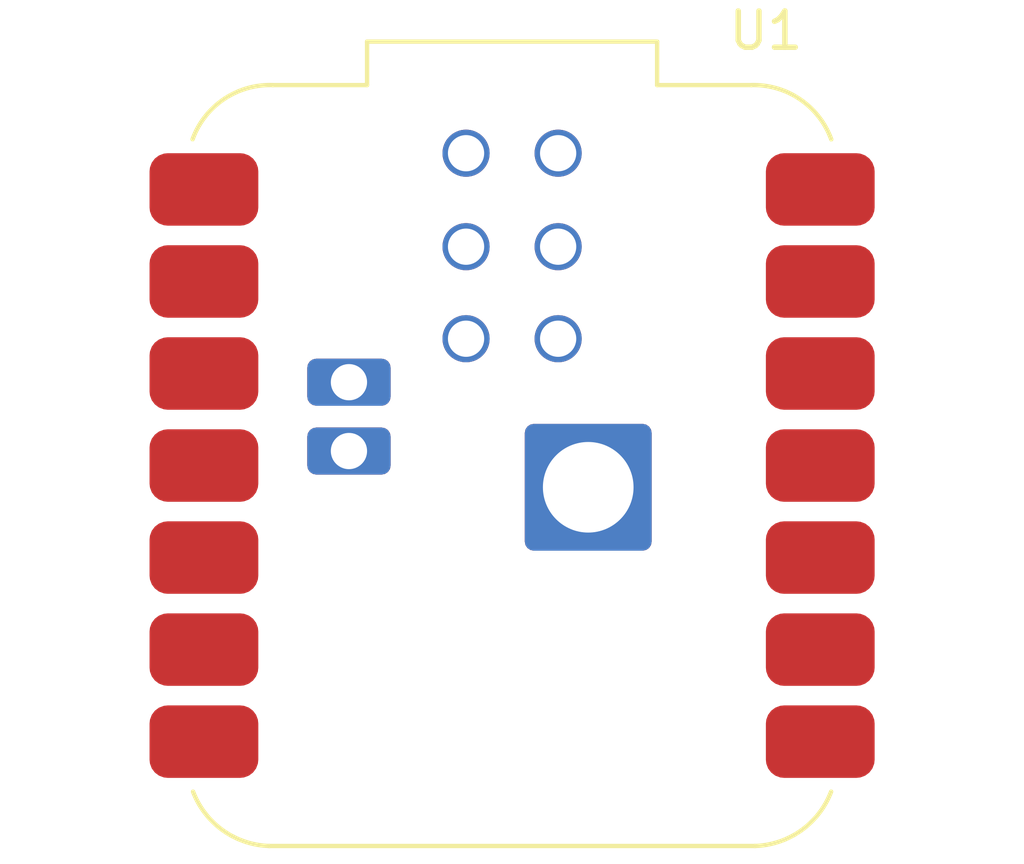
<source format=kicad_pcb>
(kicad_pcb (version 20240108) (generator "pcbnew") (generator_version "8.0")
  (layers (0 "F.Cu" signal) (31 "B.Cu" signal) (34 "B.Paste" user) (35 "F.Paste" user) (36 "B.SilkS" user "B.Silkscreen") (37 "F.SilkS" user "F.Silkscreen") (38 "B.Mask" user) (39 "F.Mask" user) (44 "Edge.Cuts" user))
  (net 0 "")
  (footprint "RF_Module:MCU_Seeed_ESP32C3" (layer "F.Cu") (at 152 96.38)
    (property "Reference" "U1" (at 7 -12 0) (layer "F.SilkS"))
    (property "Value" "MOUDLE-SEEEDUINO-XIAO-ESP32C3")
    (fp_line (start -6.7 10.5) (end 6.7 10.5) (stroke (width 0.12)) (layer "F.SilkS"))
    (fp_line (start -4 -11.7) (end 4 -11.7) (stroke (width 0.12)) (layer "F.SilkS"))
    (fp_line (start -4 -10.5) (end -6.6 -10.5) (stroke (width 0.12)) (layer "F.SilkS"))
    (fp_line (start -4 -10.5) (end -4 -11.7) (stroke (width 0.12)) (layer "F.SilkS"))
    (fp_line (start 4 -11.7) (end 4 -10.5) (stroke (width 0.12)) (layer "F.SilkS"))
    (fp_line (start 6.6 -10.5) (end 4 -10.5) (stroke (width 0.12)) (layer "F.SilkS"))
    (fp_arc (start -8.812892 -9.00468) (mid -7.949609 -10.111769) (end -6.600468 -10.499999) (stroke (width 0.12)) (layer "F.SilkS"))
    (fp_arc (start -6.7 10.5) (mid -7.977232 10.068125) (end -8.8 9) (stroke (width 0.12)) (layer "F.SilkS"))
    (fp_arc (start 6.6 -10.499999) (mid 7.944323 -10.107114) (end 8.804034 -9.001464) (stroke (width 0.12)) (layer "F.SilkS"))
    (fp_arc (start 8.8 9) (mid 7.977232 10.068126) (end 6.7 10.5) (stroke (width 0.12)) (layer "F.SilkS"))
    (pad "1" smd roundrect (at -8.5 -7.62) (size 3 2) (layers "F.Cu" "F.Paste" "F.Mask"))
    (pad "2" smd roundrect (at -8.5 -5.08) (size 3 2) (layers "F.Cu" "F.Paste" "F.Mask"))
    (pad "3" smd roundrect (at -8.5 -2.54) (size 3 2) (layers "F.Cu" "F.Paste" "F.Mask"))
    (pad "4" smd roundrect (at -8.5 0) (size 3 2) (layers "F.Cu" "F.Paste" "F.Mask"))
    (pad "5" smd roundrect (at -8.5 2.54) (size 3 2) (layers "F.Cu" "F.Paste" "F.Mask"))
    (pad "6" smd roundrect (at -8.5 5.08) (size 3 2) (layers "F.Cu" "F.Paste" "F.Mask"))
    (pad "7" smd roundrect (at -8.5 7.62) (size 3 2) (layers "F.Cu" "F.Paste" "F.Mask"))
    (pad "8" smd roundrect (at 8.5 7.62) (size 3 2) (layers "F.Cu" "F.Paste" "F.Mask"))
    (pad "9" smd roundrect (at 8.5 5.08) (size 3 2) (layers "F.Cu" "F.Paste" "F.Mask"))
    (pad "10" smd roundrect (at 8.5 2.54) (size 3 2) (layers "F.Cu" "F.Paste" "F.Mask"))
    (pad "11" smd roundrect (at 8.5 0) (size 3 2) (layers "F.Cu" "F.Paste" "F.Mask"))
    (pad "12" smd roundrect (at 8.5 -2.54) (size 3 2) (layers "F.Cu" "F.Paste" "F.Mask"))
    (pad "13" smd roundrect (at 8.5 -5.08) (size 3 2) (layers "F.Cu" "F.Paste" "F.Mask"))
    (pad "14" smd roundrect (at 8.5 -7.62) (size 3 2) (layers "F.Cu" "F.Paste" "F.Mask"))
    (pad "15" thru_hole roundrect (at 2.1 0.6) (size 3.5 3.5) (drill 2.5) (property pad_prop_heatsink) (layers "*.Cu" "*.Mask") (roundrect_rratio 0.07142857143))
    (pad "16" thru_hole roundrect (at -4.5 -0.4) (size 2.3 1.3) (drill 1) (layers "*.Cu" "*.Mask") (roundrect_rratio 0.1923076923))
    (pad "17" thru_hole roundrect (at -4.5 -2.3) (size 2.3 1.3) (drill 1) (layers "*.Cu" "*.Mask") (roundrect_rratio 0.1923076923))
    (pad "18" thru_hole circle (at -1.27 -8.62) (size 1.3 1.3) (drill 1) (layers "*.Cu" "*.Mask"))
    (pad "19" thru_hole circle (at -1.27 -6.04) (size 1.3 1.3) (drill 1) (layers "*.Cu" "*.Mask"))
    (pad "20" thru_hole circle (at -1.27 -3.5) (size 1.3 1.3) (drill 1) (layers "*.Cu" "*.Mask"))
    (pad "21" thru_hole circle (at 1.27 -3.5) (size 1.3 1.3) (drill 1) (layers "*.Cu" "*.Mask"))
    (pad "22" thru_hole circle (at 1.27 -6.04) (size 1.3 1.3) (drill 1) (layers "*.Cu" "*.Mask"))
    (pad "23" thru_hole circle (at 1.27 -8.62) (size 1.3 1.3) (drill 1) (layers "*.Cu" "*.Mask"))
  )
)
</source>
